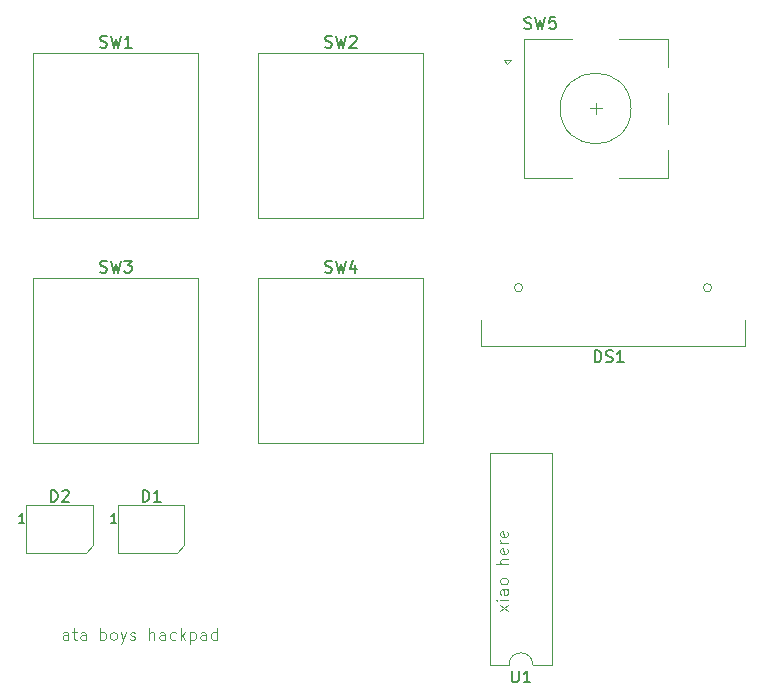
<source format=gbr>
%TF.GenerationSoftware,KiCad,Pcbnew,9.0.7*%
%TF.CreationDate,2026-02-07T12:31:03+00:00*%
%TF.ProjectId,micro discord board,6d696372-6f20-4646-9973-636f72642062,rev?*%
%TF.SameCoordinates,Original*%
%TF.FileFunction,Legend,Top*%
%TF.FilePolarity,Positive*%
%FSLAX46Y46*%
G04 Gerber Fmt 4.6, Leading zero omitted, Abs format (unit mm)*
G04 Created by KiCad (PCBNEW 9.0.7) date 2026-02-07 12:31:03*
%MOMM*%
%LPD*%
G01*
G04 APERTURE LIST*
%ADD10C,0.100000*%
%ADD11C,0.150000*%
%ADD12C,0.120000*%
G04 APERTURE END LIST*
D10*
X118934919Y-87897603D02*
X118268252Y-87373794D01*
X118268252Y-87897603D02*
X118934919Y-87373794D01*
X118934919Y-86992841D02*
X118268252Y-86992841D01*
X117934919Y-86992841D02*
X117982538Y-87040460D01*
X117982538Y-87040460D02*
X118030157Y-86992841D01*
X118030157Y-86992841D02*
X117982538Y-86945222D01*
X117982538Y-86945222D02*
X117934919Y-86992841D01*
X117934919Y-86992841D02*
X118030157Y-86992841D01*
X118934919Y-86088080D02*
X118411109Y-86088080D01*
X118411109Y-86088080D02*
X118315871Y-86135699D01*
X118315871Y-86135699D02*
X118268252Y-86230937D01*
X118268252Y-86230937D02*
X118268252Y-86421413D01*
X118268252Y-86421413D02*
X118315871Y-86516651D01*
X118887300Y-86088080D02*
X118934919Y-86183318D01*
X118934919Y-86183318D02*
X118934919Y-86421413D01*
X118934919Y-86421413D02*
X118887300Y-86516651D01*
X118887300Y-86516651D02*
X118792061Y-86564270D01*
X118792061Y-86564270D02*
X118696823Y-86564270D01*
X118696823Y-86564270D02*
X118601585Y-86516651D01*
X118601585Y-86516651D02*
X118553966Y-86421413D01*
X118553966Y-86421413D02*
X118553966Y-86183318D01*
X118553966Y-86183318D02*
X118506347Y-86088080D01*
X118934919Y-85469032D02*
X118887300Y-85564270D01*
X118887300Y-85564270D02*
X118839680Y-85611889D01*
X118839680Y-85611889D02*
X118744442Y-85659508D01*
X118744442Y-85659508D02*
X118458728Y-85659508D01*
X118458728Y-85659508D02*
X118363490Y-85611889D01*
X118363490Y-85611889D02*
X118315871Y-85564270D01*
X118315871Y-85564270D02*
X118268252Y-85469032D01*
X118268252Y-85469032D02*
X118268252Y-85326175D01*
X118268252Y-85326175D02*
X118315871Y-85230937D01*
X118315871Y-85230937D02*
X118363490Y-85183318D01*
X118363490Y-85183318D02*
X118458728Y-85135699D01*
X118458728Y-85135699D02*
X118744442Y-85135699D01*
X118744442Y-85135699D02*
X118839680Y-85183318D01*
X118839680Y-85183318D02*
X118887300Y-85230937D01*
X118887300Y-85230937D02*
X118934919Y-85326175D01*
X118934919Y-85326175D02*
X118934919Y-85469032D01*
X118934919Y-83945222D02*
X117934919Y-83945222D01*
X118934919Y-83516651D02*
X118411109Y-83516651D01*
X118411109Y-83516651D02*
X118315871Y-83564270D01*
X118315871Y-83564270D02*
X118268252Y-83659508D01*
X118268252Y-83659508D02*
X118268252Y-83802365D01*
X118268252Y-83802365D02*
X118315871Y-83897603D01*
X118315871Y-83897603D02*
X118363490Y-83945222D01*
X118887300Y-82659508D02*
X118934919Y-82754746D01*
X118934919Y-82754746D02*
X118934919Y-82945222D01*
X118934919Y-82945222D02*
X118887300Y-83040460D01*
X118887300Y-83040460D02*
X118792061Y-83088079D01*
X118792061Y-83088079D02*
X118411109Y-83088079D01*
X118411109Y-83088079D02*
X118315871Y-83040460D01*
X118315871Y-83040460D02*
X118268252Y-82945222D01*
X118268252Y-82945222D02*
X118268252Y-82754746D01*
X118268252Y-82754746D02*
X118315871Y-82659508D01*
X118315871Y-82659508D02*
X118411109Y-82611889D01*
X118411109Y-82611889D02*
X118506347Y-82611889D01*
X118506347Y-82611889D02*
X118601585Y-83088079D01*
X118934919Y-82183317D02*
X118268252Y-82183317D01*
X118458728Y-82183317D02*
X118363490Y-82135698D01*
X118363490Y-82135698D02*
X118315871Y-82088079D01*
X118315871Y-82088079D02*
X118268252Y-81992841D01*
X118268252Y-81992841D02*
X118268252Y-81897603D01*
X118887300Y-81183317D02*
X118934919Y-81278555D01*
X118934919Y-81278555D02*
X118934919Y-81469031D01*
X118934919Y-81469031D02*
X118887300Y-81564269D01*
X118887300Y-81564269D02*
X118792061Y-81611888D01*
X118792061Y-81611888D02*
X118411109Y-81611888D01*
X118411109Y-81611888D02*
X118315871Y-81564269D01*
X118315871Y-81564269D02*
X118268252Y-81469031D01*
X118268252Y-81469031D02*
X118268252Y-81278555D01*
X118268252Y-81278555D02*
X118315871Y-81183317D01*
X118315871Y-81183317D02*
X118411109Y-81135698D01*
X118411109Y-81135698D02*
X118506347Y-81135698D01*
X118506347Y-81135698D02*
X118601585Y-81611888D01*
X81694955Y-90359919D02*
X81694955Y-89836109D01*
X81694955Y-89836109D02*
X81647336Y-89740871D01*
X81647336Y-89740871D02*
X81552098Y-89693252D01*
X81552098Y-89693252D02*
X81361622Y-89693252D01*
X81361622Y-89693252D02*
X81266384Y-89740871D01*
X81694955Y-90312300D02*
X81599717Y-90359919D01*
X81599717Y-90359919D02*
X81361622Y-90359919D01*
X81361622Y-90359919D02*
X81266384Y-90312300D01*
X81266384Y-90312300D02*
X81218765Y-90217061D01*
X81218765Y-90217061D02*
X81218765Y-90121823D01*
X81218765Y-90121823D02*
X81266384Y-90026585D01*
X81266384Y-90026585D02*
X81361622Y-89978966D01*
X81361622Y-89978966D02*
X81599717Y-89978966D01*
X81599717Y-89978966D02*
X81694955Y-89931347D01*
X82028289Y-89693252D02*
X82409241Y-89693252D01*
X82171146Y-89359919D02*
X82171146Y-90217061D01*
X82171146Y-90217061D02*
X82218765Y-90312300D01*
X82218765Y-90312300D02*
X82314003Y-90359919D01*
X82314003Y-90359919D02*
X82409241Y-90359919D01*
X83171146Y-90359919D02*
X83171146Y-89836109D01*
X83171146Y-89836109D02*
X83123527Y-89740871D01*
X83123527Y-89740871D02*
X83028289Y-89693252D01*
X83028289Y-89693252D02*
X82837813Y-89693252D01*
X82837813Y-89693252D02*
X82742575Y-89740871D01*
X83171146Y-90312300D02*
X83075908Y-90359919D01*
X83075908Y-90359919D02*
X82837813Y-90359919D01*
X82837813Y-90359919D02*
X82742575Y-90312300D01*
X82742575Y-90312300D02*
X82694956Y-90217061D01*
X82694956Y-90217061D02*
X82694956Y-90121823D01*
X82694956Y-90121823D02*
X82742575Y-90026585D01*
X82742575Y-90026585D02*
X82837813Y-89978966D01*
X82837813Y-89978966D02*
X83075908Y-89978966D01*
X83075908Y-89978966D02*
X83171146Y-89931347D01*
X84409242Y-90359919D02*
X84409242Y-89359919D01*
X84409242Y-89740871D02*
X84504480Y-89693252D01*
X84504480Y-89693252D02*
X84694956Y-89693252D01*
X84694956Y-89693252D02*
X84790194Y-89740871D01*
X84790194Y-89740871D02*
X84837813Y-89788490D01*
X84837813Y-89788490D02*
X84885432Y-89883728D01*
X84885432Y-89883728D02*
X84885432Y-90169442D01*
X84885432Y-90169442D02*
X84837813Y-90264680D01*
X84837813Y-90264680D02*
X84790194Y-90312300D01*
X84790194Y-90312300D02*
X84694956Y-90359919D01*
X84694956Y-90359919D02*
X84504480Y-90359919D01*
X84504480Y-90359919D02*
X84409242Y-90312300D01*
X85456861Y-90359919D02*
X85361623Y-90312300D01*
X85361623Y-90312300D02*
X85314004Y-90264680D01*
X85314004Y-90264680D02*
X85266385Y-90169442D01*
X85266385Y-90169442D02*
X85266385Y-89883728D01*
X85266385Y-89883728D02*
X85314004Y-89788490D01*
X85314004Y-89788490D02*
X85361623Y-89740871D01*
X85361623Y-89740871D02*
X85456861Y-89693252D01*
X85456861Y-89693252D02*
X85599718Y-89693252D01*
X85599718Y-89693252D02*
X85694956Y-89740871D01*
X85694956Y-89740871D02*
X85742575Y-89788490D01*
X85742575Y-89788490D02*
X85790194Y-89883728D01*
X85790194Y-89883728D02*
X85790194Y-90169442D01*
X85790194Y-90169442D02*
X85742575Y-90264680D01*
X85742575Y-90264680D02*
X85694956Y-90312300D01*
X85694956Y-90312300D02*
X85599718Y-90359919D01*
X85599718Y-90359919D02*
X85456861Y-90359919D01*
X86123528Y-89693252D02*
X86361623Y-90359919D01*
X86599718Y-89693252D02*
X86361623Y-90359919D01*
X86361623Y-90359919D02*
X86266385Y-90598014D01*
X86266385Y-90598014D02*
X86218766Y-90645633D01*
X86218766Y-90645633D02*
X86123528Y-90693252D01*
X86933052Y-90312300D02*
X87028290Y-90359919D01*
X87028290Y-90359919D02*
X87218766Y-90359919D01*
X87218766Y-90359919D02*
X87314004Y-90312300D01*
X87314004Y-90312300D02*
X87361623Y-90217061D01*
X87361623Y-90217061D02*
X87361623Y-90169442D01*
X87361623Y-90169442D02*
X87314004Y-90074204D01*
X87314004Y-90074204D02*
X87218766Y-90026585D01*
X87218766Y-90026585D02*
X87075909Y-90026585D01*
X87075909Y-90026585D02*
X86980671Y-89978966D01*
X86980671Y-89978966D02*
X86933052Y-89883728D01*
X86933052Y-89883728D02*
X86933052Y-89836109D01*
X86933052Y-89836109D02*
X86980671Y-89740871D01*
X86980671Y-89740871D02*
X87075909Y-89693252D01*
X87075909Y-89693252D02*
X87218766Y-89693252D01*
X87218766Y-89693252D02*
X87314004Y-89740871D01*
X88552100Y-90359919D02*
X88552100Y-89359919D01*
X88980671Y-90359919D02*
X88980671Y-89836109D01*
X88980671Y-89836109D02*
X88933052Y-89740871D01*
X88933052Y-89740871D02*
X88837814Y-89693252D01*
X88837814Y-89693252D02*
X88694957Y-89693252D01*
X88694957Y-89693252D02*
X88599719Y-89740871D01*
X88599719Y-89740871D02*
X88552100Y-89788490D01*
X89885433Y-90359919D02*
X89885433Y-89836109D01*
X89885433Y-89836109D02*
X89837814Y-89740871D01*
X89837814Y-89740871D02*
X89742576Y-89693252D01*
X89742576Y-89693252D02*
X89552100Y-89693252D01*
X89552100Y-89693252D02*
X89456862Y-89740871D01*
X89885433Y-90312300D02*
X89790195Y-90359919D01*
X89790195Y-90359919D02*
X89552100Y-90359919D01*
X89552100Y-90359919D02*
X89456862Y-90312300D01*
X89456862Y-90312300D02*
X89409243Y-90217061D01*
X89409243Y-90217061D02*
X89409243Y-90121823D01*
X89409243Y-90121823D02*
X89456862Y-90026585D01*
X89456862Y-90026585D02*
X89552100Y-89978966D01*
X89552100Y-89978966D02*
X89790195Y-89978966D01*
X89790195Y-89978966D02*
X89885433Y-89931347D01*
X90790195Y-90312300D02*
X90694957Y-90359919D01*
X90694957Y-90359919D02*
X90504481Y-90359919D01*
X90504481Y-90359919D02*
X90409243Y-90312300D01*
X90409243Y-90312300D02*
X90361624Y-90264680D01*
X90361624Y-90264680D02*
X90314005Y-90169442D01*
X90314005Y-90169442D02*
X90314005Y-89883728D01*
X90314005Y-89883728D02*
X90361624Y-89788490D01*
X90361624Y-89788490D02*
X90409243Y-89740871D01*
X90409243Y-89740871D02*
X90504481Y-89693252D01*
X90504481Y-89693252D02*
X90694957Y-89693252D01*
X90694957Y-89693252D02*
X90790195Y-89740871D01*
X91218767Y-90359919D02*
X91218767Y-89359919D01*
X91314005Y-89978966D02*
X91599719Y-90359919D01*
X91599719Y-89693252D02*
X91218767Y-90074204D01*
X92028291Y-89693252D02*
X92028291Y-90693252D01*
X92028291Y-89740871D02*
X92123529Y-89693252D01*
X92123529Y-89693252D02*
X92314005Y-89693252D01*
X92314005Y-89693252D02*
X92409243Y-89740871D01*
X92409243Y-89740871D02*
X92456862Y-89788490D01*
X92456862Y-89788490D02*
X92504481Y-89883728D01*
X92504481Y-89883728D02*
X92504481Y-90169442D01*
X92504481Y-90169442D02*
X92456862Y-90264680D01*
X92456862Y-90264680D02*
X92409243Y-90312300D01*
X92409243Y-90312300D02*
X92314005Y-90359919D01*
X92314005Y-90359919D02*
X92123529Y-90359919D01*
X92123529Y-90359919D02*
X92028291Y-90312300D01*
X93361624Y-90359919D02*
X93361624Y-89836109D01*
X93361624Y-89836109D02*
X93314005Y-89740871D01*
X93314005Y-89740871D02*
X93218767Y-89693252D01*
X93218767Y-89693252D02*
X93028291Y-89693252D01*
X93028291Y-89693252D02*
X92933053Y-89740871D01*
X93361624Y-90312300D02*
X93266386Y-90359919D01*
X93266386Y-90359919D02*
X93028291Y-90359919D01*
X93028291Y-90359919D02*
X92933053Y-90312300D01*
X92933053Y-90312300D02*
X92885434Y-90217061D01*
X92885434Y-90217061D02*
X92885434Y-90121823D01*
X92885434Y-90121823D02*
X92933053Y-90026585D01*
X92933053Y-90026585D02*
X93028291Y-89978966D01*
X93028291Y-89978966D02*
X93266386Y-89978966D01*
X93266386Y-89978966D02*
X93361624Y-89931347D01*
X94266386Y-90359919D02*
X94266386Y-89359919D01*
X94266386Y-90312300D02*
X94171148Y-90359919D01*
X94171148Y-90359919D02*
X93980672Y-90359919D01*
X93980672Y-90359919D02*
X93885434Y-90312300D01*
X93885434Y-90312300D02*
X93837815Y-90264680D01*
X93837815Y-90264680D02*
X93790196Y-90169442D01*
X93790196Y-90169442D02*
X93790196Y-89883728D01*
X93790196Y-89883728D02*
X93837815Y-89788490D01*
X93837815Y-89788490D02*
X93885434Y-89740871D01*
X93885434Y-89740871D02*
X93980672Y-89693252D01*
X93980672Y-89693252D02*
X94171148Y-89693252D01*
X94171148Y-89693252D02*
X94266386Y-89740871D01*
D11*
X84391667Y-59208200D02*
X84534524Y-59255819D01*
X84534524Y-59255819D02*
X84772619Y-59255819D01*
X84772619Y-59255819D02*
X84867857Y-59208200D01*
X84867857Y-59208200D02*
X84915476Y-59160580D01*
X84915476Y-59160580D02*
X84963095Y-59065342D01*
X84963095Y-59065342D02*
X84963095Y-58970104D01*
X84963095Y-58970104D02*
X84915476Y-58874866D01*
X84915476Y-58874866D02*
X84867857Y-58827247D01*
X84867857Y-58827247D02*
X84772619Y-58779628D01*
X84772619Y-58779628D02*
X84582143Y-58732009D01*
X84582143Y-58732009D02*
X84486905Y-58684390D01*
X84486905Y-58684390D02*
X84439286Y-58636771D01*
X84439286Y-58636771D02*
X84391667Y-58541533D01*
X84391667Y-58541533D02*
X84391667Y-58446295D01*
X84391667Y-58446295D02*
X84439286Y-58351057D01*
X84439286Y-58351057D02*
X84486905Y-58303438D01*
X84486905Y-58303438D02*
X84582143Y-58255819D01*
X84582143Y-58255819D02*
X84820238Y-58255819D01*
X84820238Y-58255819D02*
X84963095Y-58303438D01*
X85296429Y-58255819D02*
X85534524Y-59255819D01*
X85534524Y-59255819D02*
X85725000Y-58541533D01*
X85725000Y-58541533D02*
X85915476Y-59255819D01*
X85915476Y-59255819D02*
X86153572Y-58255819D01*
X86439286Y-58255819D02*
X87058333Y-58255819D01*
X87058333Y-58255819D02*
X86725000Y-58636771D01*
X86725000Y-58636771D02*
X86867857Y-58636771D01*
X86867857Y-58636771D02*
X86963095Y-58684390D01*
X86963095Y-58684390D02*
X87010714Y-58732009D01*
X87010714Y-58732009D02*
X87058333Y-58827247D01*
X87058333Y-58827247D02*
X87058333Y-59065342D01*
X87058333Y-59065342D02*
X87010714Y-59160580D01*
X87010714Y-59160580D02*
X86963095Y-59208200D01*
X86963095Y-59208200D02*
X86867857Y-59255819D01*
X86867857Y-59255819D02*
X86582143Y-59255819D01*
X86582143Y-59255819D02*
X86486905Y-59208200D01*
X86486905Y-59208200D02*
X86439286Y-59160580D01*
X80224405Y-78667319D02*
X80224405Y-77667319D01*
X80224405Y-77667319D02*
X80462500Y-77667319D01*
X80462500Y-77667319D02*
X80605357Y-77714938D01*
X80605357Y-77714938D02*
X80700595Y-77810176D01*
X80700595Y-77810176D02*
X80748214Y-77905414D01*
X80748214Y-77905414D02*
X80795833Y-78095890D01*
X80795833Y-78095890D02*
X80795833Y-78238747D01*
X80795833Y-78238747D02*
X80748214Y-78429223D01*
X80748214Y-78429223D02*
X80700595Y-78524461D01*
X80700595Y-78524461D02*
X80605357Y-78619700D01*
X80605357Y-78619700D02*
X80462500Y-78667319D01*
X80462500Y-78667319D02*
X80224405Y-78667319D01*
X81176786Y-77762557D02*
X81224405Y-77714938D01*
X81224405Y-77714938D02*
X81319643Y-77667319D01*
X81319643Y-77667319D02*
X81557738Y-77667319D01*
X81557738Y-77667319D02*
X81652976Y-77714938D01*
X81652976Y-77714938D02*
X81700595Y-77762557D01*
X81700595Y-77762557D02*
X81748214Y-77857795D01*
X81748214Y-77857795D02*
X81748214Y-77953033D01*
X81748214Y-77953033D02*
X81700595Y-78095890D01*
X81700595Y-78095890D02*
X81129167Y-78667319D01*
X81129167Y-78667319D02*
X81748214Y-78667319D01*
X77991071Y-80449795D02*
X77533928Y-80449795D01*
X77762500Y-80449795D02*
X77762500Y-79649795D01*
X77762500Y-79649795D02*
X77686309Y-79764080D01*
X77686309Y-79764080D02*
X77610119Y-79840271D01*
X77610119Y-79840271D02*
X77533928Y-79878366D01*
X103441667Y-59208200D02*
X103584524Y-59255819D01*
X103584524Y-59255819D02*
X103822619Y-59255819D01*
X103822619Y-59255819D02*
X103917857Y-59208200D01*
X103917857Y-59208200D02*
X103965476Y-59160580D01*
X103965476Y-59160580D02*
X104013095Y-59065342D01*
X104013095Y-59065342D02*
X104013095Y-58970104D01*
X104013095Y-58970104D02*
X103965476Y-58874866D01*
X103965476Y-58874866D02*
X103917857Y-58827247D01*
X103917857Y-58827247D02*
X103822619Y-58779628D01*
X103822619Y-58779628D02*
X103632143Y-58732009D01*
X103632143Y-58732009D02*
X103536905Y-58684390D01*
X103536905Y-58684390D02*
X103489286Y-58636771D01*
X103489286Y-58636771D02*
X103441667Y-58541533D01*
X103441667Y-58541533D02*
X103441667Y-58446295D01*
X103441667Y-58446295D02*
X103489286Y-58351057D01*
X103489286Y-58351057D02*
X103536905Y-58303438D01*
X103536905Y-58303438D02*
X103632143Y-58255819D01*
X103632143Y-58255819D02*
X103870238Y-58255819D01*
X103870238Y-58255819D02*
X104013095Y-58303438D01*
X104346429Y-58255819D02*
X104584524Y-59255819D01*
X104584524Y-59255819D02*
X104775000Y-58541533D01*
X104775000Y-58541533D02*
X104965476Y-59255819D01*
X104965476Y-59255819D02*
X105203572Y-58255819D01*
X106013095Y-58589152D02*
X106013095Y-59255819D01*
X105775000Y-58208200D02*
X105536905Y-58922485D01*
X105536905Y-58922485D02*
X106155952Y-58922485D01*
X126254464Y-66848569D02*
X126254464Y-65848569D01*
X126254464Y-65848569D02*
X126492559Y-65848569D01*
X126492559Y-65848569D02*
X126635416Y-65896188D01*
X126635416Y-65896188D02*
X126730654Y-65991426D01*
X126730654Y-65991426D02*
X126778273Y-66086664D01*
X126778273Y-66086664D02*
X126825892Y-66277140D01*
X126825892Y-66277140D02*
X126825892Y-66419997D01*
X126825892Y-66419997D02*
X126778273Y-66610473D01*
X126778273Y-66610473D02*
X126730654Y-66705711D01*
X126730654Y-66705711D02*
X126635416Y-66800950D01*
X126635416Y-66800950D02*
X126492559Y-66848569D01*
X126492559Y-66848569D02*
X126254464Y-66848569D01*
X127206845Y-66800950D02*
X127349702Y-66848569D01*
X127349702Y-66848569D02*
X127587797Y-66848569D01*
X127587797Y-66848569D02*
X127683035Y-66800950D01*
X127683035Y-66800950D02*
X127730654Y-66753330D01*
X127730654Y-66753330D02*
X127778273Y-66658092D01*
X127778273Y-66658092D02*
X127778273Y-66562854D01*
X127778273Y-66562854D02*
X127730654Y-66467616D01*
X127730654Y-66467616D02*
X127683035Y-66419997D01*
X127683035Y-66419997D02*
X127587797Y-66372378D01*
X127587797Y-66372378D02*
X127397321Y-66324759D01*
X127397321Y-66324759D02*
X127302083Y-66277140D01*
X127302083Y-66277140D02*
X127254464Y-66229521D01*
X127254464Y-66229521D02*
X127206845Y-66134283D01*
X127206845Y-66134283D02*
X127206845Y-66039045D01*
X127206845Y-66039045D02*
X127254464Y-65943807D01*
X127254464Y-65943807D02*
X127302083Y-65896188D01*
X127302083Y-65896188D02*
X127397321Y-65848569D01*
X127397321Y-65848569D02*
X127635416Y-65848569D01*
X127635416Y-65848569D02*
X127778273Y-65896188D01*
X128730654Y-66848569D02*
X128159226Y-66848569D01*
X128444940Y-66848569D02*
X128444940Y-65848569D01*
X128444940Y-65848569D02*
X128349702Y-65991426D01*
X128349702Y-65991426D02*
X128254464Y-66086664D01*
X128254464Y-66086664D02*
X128159226Y-66134283D01*
X120316667Y-38569700D02*
X120459524Y-38617319D01*
X120459524Y-38617319D02*
X120697619Y-38617319D01*
X120697619Y-38617319D02*
X120792857Y-38569700D01*
X120792857Y-38569700D02*
X120840476Y-38522080D01*
X120840476Y-38522080D02*
X120888095Y-38426842D01*
X120888095Y-38426842D02*
X120888095Y-38331604D01*
X120888095Y-38331604D02*
X120840476Y-38236366D01*
X120840476Y-38236366D02*
X120792857Y-38188747D01*
X120792857Y-38188747D02*
X120697619Y-38141128D01*
X120697619Y-38141128D02*
X120507143Y-38093509D01*
X120507143Y-38093509D02*
X120411905Y-38045890D01*
X120411905Y-38045890D02*
X120364286Y-37998271D01*
X120364286Y-37998271D02*
X120316667Y-37903033D01*
X120316667Y-37903033D02*
X120316667Y-37807795D01*
X120316667Y-37807795D02*
X120364286Y-37712557D01*
X120364286Y-37712557D02*
X120411905Y-37664938D01*
X120411905Y-37664938D02*
X120507143Y-37617319D01*
X120507143Y-37617319D02*
X120745238Y-37617319D01*
X120745238Y-37617319D02*
X120888095Y-37664938D01*
X121221429Y-37617319D02*
X121459524Y-38617319D01*
X121459524Y-38617319D02*
X121650000Y-37903033D01*
X121650000Y-37903033D02*
X121840476Y-38617319D01*
X121840476Y-38617319D02*
X122078572Y-37617319D01*
X122935714Y-37617319D02*
X122459524Y-37617319D01*
X122459524Y-37617319D02*
X122411905Y-38093509D01*
X122411905Y-38093509D02*
X122459524Y-38045890D01*
X122459524Y-38045890D02*
X122554762Y-37998271D01*
X122554762Y-37998271D02*
X122792857Y-37998271D01*
X122792857Y-37998271D02*
X122888095Y-38045890D01*
X122888095Y-38045890D02*
X122935714Y-38093509D01*
X122935714Y-38093509D02*
X122983333Y-38188747D01*
X122983333Y-38188747D02*
X122983333Y-38426842D01*
X122983333Y-38426842D02*
X122935714Y-38522080D01*
X122935714Y-38522080D02*
X122888095Y-38569700D01*
X122888095Y-38569700D02*
X122792857Y-38617319D01*
X122792857Y-38617319D02*
X122554762Y-38617319D01*
X122554762Y-38617319D02*
X122459524Y-38569700D01*
X122459524Y-38569700D02*
X122411905Y-38522080D01*
X119253095Y-92958569D02*
X119253095Y-93768092D01*
X119253095Y-93768092D02*
X119300714Y-93863330D01*
X119300714Y-93863330D02*
X119348333Y-93910950D01*
X119348333Y-93910950D02*
X119443571Y-93958569D01*
X119443571Y-93958569D02*
X119634047Y-93958569D01*
X119634047Y-93958569D02*
X119729285Y-93910950D01*
X119729285Y-93910950D02*
X119776904Y-93863330D01*
X119776904Y-93863330D02*
X119824523Y-93768092D01*
X119824523Y-93768092D02*
X119824523Y-92958569D01*
X120824523Y-93958569D02*
X120253095Y-93958569D01*
X120538809Y-93958569D02*
X120538809Y-92958569D01*
X120538809Y-92958569D02*
X120443571Y-93101426D01*
X120443571Y-93101426D02*
X120348333Y-93196664D01*
X120348333Y-93196664D02*
X120253095Y-93244283D01*
X87999405Y-78667319D02*
X87999405Y-77667319D01*
X87999405Y-77667319D02*
X88237500Y-77667319D01*
X88237500Y-77667319D02*
X88380357Y-77714938D01*
X88380357Y-77714938D02*
X88475595Y-77810176D01*
X88475595Y-77810176D02*
X88523214Y-77905414D01*
X88523214Y-77905414D02*
X88570833Y-78095890D01*
X88570833Y-78095890D02*
X88570833Y-78238747D01*
X88570833Y-78238747D02*
X88523214Y-78429223D01*
X88523214Y-78429223D02*
X88475595Y-78524461D01*
X88475595Y-78524461D02*
X88380357Y-78619700D01*
X88380357Y-78619700D02*
X88237500Y-78667319D01*
X88237500Y-78667319D02*
X87999405Y-78667319D01*
X89523214Y-78667319D02*
X88951786Y-78667319D01*
X89237500Y-78667319D02*
X89237500Y-77667319D01*
X89237500Y-77667319D02*
X89142262Y-77810176D01*
X89142262Y-77810176D02*
X89047024Y-77905414D01*
X89047024Y-77905414D02*
X88951786Y-77953033D01*
X85766071Y-80449795D02*
X85308928Y-80449795D01*
X85537500Y-80449795D02*
X85537500Y-79649795D01*
X85537500Y-79649795D02*
X85461309Y-79764080D01*
X85461309Y-79764080D02*
X85385119Y-79840271D01*
X85385119Y-79840271D02*
X85308928Y-79878366D01*
X84391667Y-40158200D02*
X84534524Y-40205819D01*
X84534524Y-40205819D02*
X84772619Y-40205819D01*
X84772619Y-40205819D02*
X84867857Y-40158200D01*
X84867857Y-40158200D02*
X84915476Y-40110580D01*
X84915476Y-40110580D02*
X84963095Y-40015342D01*
X84963095Y-40015342D02*
X84963095Y-39920104D01*
X84963095Y-39920104D02*
X84915476Y-39824866D01*
X84915476Y-39824866D02*
X84867857Y-39777247D01*
X84867857Y-39777247D02*
X84772619Y-39729628D01*
X84772619Y-39729628D02*
X84582143Y-39682009D01*
X84582143Y-39682009D02*
X84486905Y-39634390D01*
X84486905Y-39634390D02*
X84439286Y-39586771D01*
X84439286Y-39586771D02*
X84391667Y-39491533D01*
X84391667Y-39491533D02*
X84391667Y-39396295D01*
X84391667Y-39396295D02*
X84439286Y-39301057D01*
X84439286Y-39301057D02*
X84486905Y-39253438D01*
X84486905Y-39253438D02*
X84582143Y-39205819D01*
X84582143Y-39205819D02*
X84820238Y-39205819D01*
X84820238Y-39205819D02*
X84963095Y-39253438D01*
X85296429Y-39205819D02*
X85534524Y-40205819D01*
X85534524Y-40205819D02*
X85725000Y-39491533D01*
X85725000Y-39491533D02*
X85915476Y-40205819D01*
X85915476Y-40205819D02*
X86153572Y-39205819D01*
X87058333Y-40205819D02*
X86486905Y-40205819D01*
X86772619Y-40205819D02*
X86772619Y-39205819D01*
X86772619Y-39205819D02*
X86677381Y-39348676D01*
X86677381Y-39348676D02*
X86582143Y-39443914D01*
X86582143Y-39443914D02*
X86486905Y-39491533D01*
X103441667Y-40158200D02*
X103584524Y-40205819D01*
X103584524Y-40205819D02*
X103822619Y-40205819D01*
X103822619Y-40205819D02*
X103917857Y-40158200D01*
X103917857Y-40158200D02*
X103965476Y-40110580D01*
X103965476Y-40110580D02*
X104013095Y-40015342D01*
X104013095Y-40015342D02*
X104013095Y-39920104D01*
X104013095Y-39920104D02*
X103965476Y-39824866D01*
X103965476Y-39824866D02*
X103917857Y-39777247D01*
X103917857Y-39777247D02*
X103822619Y-39729628D01*
X103822619Y-39729628D02*
X103632143Y-39682009D01*
X103632143Y-39682009D02*
X103536905Y-39634390D01*
X103536905Y-39634390D02*
X103489286Y-39586771D01*
X103489286Y-39586771D02*
X103441667Y-39491533D01*
X103441667Y-39491533D02*
X103441667Y-39396295D01*
X103441667Y-39396295D02*
X103489286Y-39301057D01*
X103489286Y-39301057D02*
X103536905Y-39253438D01*
X103536905Y-39253438D02*
X103632143Y-39205819D01*
X103632143Y-39205819D02*
X103870238Y-39205819D01*
X103870238Y-39205819D02*
X104013095Y-39253438D01*
X104346429Y-39205819D02*
X104584524Y-40205819D01*
X104584524Y-40205819D02*
X104775000Y-39491533D01*
X104775000Y-39491533D02*
X104965476Y-40205819D01*
X104965476Y-40205819D02*
X105203572Y-39205819D01*
X105536905Y-39301057D02*
X105584524Y-39253438D01*
X105584524Y-39253438D02*
X105679762Y-39205819D01*
X105679762Y-39205819D02*
X105917857Y-39205819D01*
X105917857Y-39205819D02*
X106013095Y-39253438D01*
X106013095Y-39253438D02*
X106060714Y-39301057D01*
X106060714Y-39301057D02*
X106108333Y-39396295D01*
X106108333Y-39396295D02*
X106108333Y-39491533D01*
X106108333Y-39491533D02*
X106060714Y-39634390D01*
X106060714Y-39634390D02*
X105489286Y-40205819D01*
X105489286Y-40205819D02*
X106108333Y-40205819D01*
D12*
%TO.C,SW3*%
X78740000Y-59690000D02*
X92710000Y-59690000D01*
X78740000Y-73660000D02*
X78740000Y-59690000D01*
X92710000Y-59690000D02*
X92710000Y-73660000D01*
X92710000Y-73660000D02*
X78740000Y-73660000D01*
%TO.C,D2*%
X78162500Y-78962500D02*
X78162500Y-82962500D01*
X78162500Y-78962500D02*
X83762500Y-78962500D01*
X78162500Y-82962500D02*
X83162500Y-82962500D01*
X83762500Y-82362500D02*
X83162500Y-82962500D01*
X83762500Y-82362500D02*
X83762500Y-78962500D01*
%TO.C,SW4*%
X97790000Y-59690000D02*
X111760000Y-59690000D01*
X97790000Y-73660000D02*
X97790000Y-59690000D01*
X111760000Y-59690000D02*
X111760000Y-73660000D01*
X111760000Y-73660000D02*
X97790000Y-73660000D01*
%TO.C,DS1*%
X116668750Y-63293750D02*
X116668750Y-65443750D01*
X116668750Y-65443750D02*
X138968750Y-65443750D01*
X138968750Y-65443750D02*
X138968750Y-63293750D01*
D10*
X120168750Y-60543750D02*
G75*
G02*
X119468750Y-60543750I-350000J0D01*
G01*
X119468750Y-60543750D02*
G75*
G02*
X120168750Y-60543750I350000J0D01*
G01*
X136168750Y-60543750D02*
G75*
G02*
X135468750Y-60543750I-350000J0D01*
G01*
X135468750Y-60543750D02*
G75*
G02*
X136168750Y-60543750I350000J0D01*
G01*
D12*
%TO.C,SW5*%
X118550000Y-41262500D02*
X119150000Y-41262500D01*
X118850000Y-41562500D02*
X118550000Y-41262500D01*
X119150000Y-41262500D02*
X118850000Y-41562500D01*
X120250000Y-39462500D02*
X120250000Y-51262500D01*
X124350000Y-39462500D02*
X120250000Y-39462500D01*
X124350000Y-51262500D02*
X120250000Y-51262500D01*
X125850000Y-45362500D02*
X126850000Y-45362500D01*
X126350000Y-44862500D02*
X126350000Y-45862500D01*
X128350000Y-39462500D02*
X132450000Y-39462500D01*
X132450000Y-39462500D02*
X132450000Y-41862500D01*
X132450000Y-44062500D02*
X132450000Y-46662500D01*
X132450000Y-48862500D02*
X132450000Y-51262500D01*
X132450000Y-51262500D02*
X128350000Y-51262500D01*
X129350000Y-45362500D02*
G75*
G02*
X123350000Y-45362500I-3000000J0D01*
G01*
X123350000Y-45362500D02*
G75*
G02*
X129350000Y-45362500I3000000J0D01*
G01*
%TO.C,U1*%
X117365000Y-74552500D02*
X117365000Y-92452500D01*
X117365000Y-92452500D02*
X119015000Y-92452500D01*
X121015000Y-92452500D02*
X122665000Y-92452500D01*
X122665000Y-74552500D02*
X117365000Y-74552500D01*
X122665000Y-92452500D02*
X122665000Y-74552500D01*
X119015000Y-92452500D02*
G75*
G02*
X121015000Y-92452500I1000000J0D01*
G01*
%TO.C,D1*%
X85937500Y-78962500D02*
X85937500Y-82962500D01*
X85937500Y-78962500D02*
X91537500Y-78962500D01*
X85937500Y-82962500D02*
X90937500Y-82962500D01*
X91537500Y-82362500D02*
X90937500Y-82962500D01*
X91537500Y-82362500D02*
X91537500Y-78962500D01*
%TO.C,SW1*%
X78740000Y-40640000D02*
X92710000Y-40640000D01*
X78740000Y-54610000D02*
X78740000Y-40640000D01*
X92710000Y-40640000D02*
X92710000Y-54610000D01*
X92710000Y-54610000D02*
X78740000Y-54610000D01*
%TO.C,SW2*%
X97790000Y-40640000D02*
X111760000Y-40640000D01*
X97790000Y-54610000D02*
X97790000Y-40640000D01*
X111760000Y-40640000D02*
X111760000Y-54610000D01*
X111760000Y-54610000D02*
X97790000Y-54610000D01*
%TD*%
M02*

</source>
